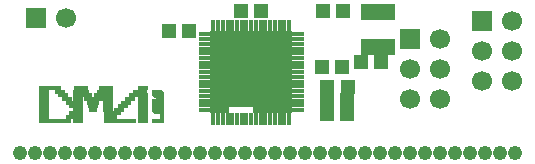
<source format=gbr>
G04 DipTrace 3.0.0.2*
G04 TopMask.gbr*
%MOIN*%
G04 #@! TF.FileFunction,Soldermask,Top*
G04 #@! TF.Part,Single*
%AMOUTLINE1*
4,1,13,
-0.072063,-0.129937,
-0.072063,-0.136717,
-0.136717,-0.136717,
-0.136717,0.136717,
0.136717,0.136717,
0.136717,-0.136717,
0.008063,-0.136717,
0.008063,-0.116262,
0.116262,-0.116262,
0.116262,0.116262,
-0.116262,0.116262,
-0.116262,-0.116262,
-0.072063,-0.116262,
-0.072063,-0.129937,
0*%
%AMOUTLINE4*
4,1,6,
0.018937,-0.015937,
0.018937,0.015937,
0.005063,0.015937,
0.005063,-0.002063,
-0.018937,-0.002063,
-0.018937,-0.015937,
0.018937,-0.015937,
0*%
%AMOUTLINE7*
4,1,7,
0.018937,-0.012937,
0.018937,0.000937,
0.018937,0.012937,
-0.018937,0.012937,
-0.018937,-0.004631,
-0.010631,-0.012937,
-0.003,-0.012937,
0.018937,-0.012937,
0*%
%AMOUTLINE10*
4,1,8,
0.018937,-0.015937,
0.018937,0.015937,
-0.006937,0.015937,
-0.006937,0.009937,
-0.018937,0.009937,
-0.018937,-0.015937,
-0.005063,-0.015937,
0.006937,-0.015937,
0.018937,-0.015937,
0*%
%AMOUTLINE13*
4,1,8,
0.018937,-0.012937,
0.018937,0.004631,
0.010631,0.012937,
-0.006937,0.012937,
-0.018937,0.012937,
-0.018937,-0.004631,
-0.010631,-0.012937,
0.006937,-0.012937,
0.018937,-0.012937,
0*%
%ADD54R,0.013874X0.013874*%
%ADD56R,0.025874X0.013874*%
%ADD58R,0.043874X0.013874*%
%ADD60R,0.049874X0.013874*%
%ADD62R,0.055874X0.013874*%
%ADD64R,0.073874X0.013874*%
%ADD66R,0.031874X0.013874*%
%ADD68R,0.109874X0.013874*%
%ADD70C,0.066929*%
%ADD72R,0.066929X0.066929*%
%ADD74R,0.114173X0.05315*%
%ADD76R,0.051181X0.047244*%
%ADD78R,0.23622X0.23622*%
%ADD80R,0.041339X0.015748*%
%ADD82R,0.015748X0.041339*%
%ADD84C,0.047874*%
%ADD88OUTLINE1*%
%ADD91OUTLINE4*%
%ADD94OUTLINE7*%
%ADD97OUTLINE10*%
%ADD100OUTLINE13*%
%FSLAX26Y26*%
G04*
G70*
G90*
G75*
G01*
G04 TopMask*
%LPD*%
D84*
X2093701Y444672D3*
X2043701Y444642D3*
X1993701Y444613D3*
X1943701Y444584D3*
X1893701Y444554D3*
X1843701Y444525D3*
X1793701Y444495D3*
X1743701Y444466D3*
X1693701Y444436D3*
X1643701Y444407D3*
X1593701Y444378D3*
X1543701Y444348D3*
X1493701Y444319D3*
X1443701Y444289D3*
X1393701Y444260D3*
X1343701Y444231D3*
X1293701Y444201D3*
X1243701Y444172D3*
X1193701Y444142D3*
X1143701Y444113D3*
X1093701Y444084D3*
X1043701Y444054D3*
X993701Y444025D3*
X943701Y443995D3*
X893701Y443966D3*
X843701Y443936D3*
X793701Y443907D3*
X743701Y443878D3*
X693701Y443848D3*
X643701Y443819D3*
X593701Y443789D3*
X543701Y443760D3*
X493701Y443731D3*
X443701Y443701D3*
D82*
X1088717Y557160D3*
X1104465D3*
X1120213D3*
X1135961D3*
X1151709D3*
X1167457D3*
X1183205D3*
X1198953D3*
X1214701D3*
X1230449D3*
X1246197D3*
X1261945D3*
X1277693D3*
X1293441D3*
X1309189D3*
X1324937D3*
X1340685D3*
D80*
X1370213Y586688D3*
Y602436D3*
Y618184D3*
Y633932D3*
Y649680D3*
Y665428D3*
Y681176D3*
Y696924D3*
Y712672D3*
Y728420D3*
Y744168D3*
Y759916D3*
Y775664D3*
Y791412D3*
Y807160D3*
Y822908D3*
Y838656D3*
D82*
X1340685Y868184D3*
X1324937D3*
X1309189D3*
X1293441D3*
X1277693D3*
X1261945D3*
X1246197D3*
X1230449D3*
X1214701D3*
X1198953D3*
X1183205D3*
X1167457D3*
X1151709D3*
X1135961D3*
X1120213D3*
X1104465D3*
X1088717D3*
D80*
X1059189Y838656D3*
Y822908D3*
Y807160D3*
Y791412D3*
Y775664D3*
Y759916D3*
Y744168D3*
Y728420D3*
Y712672D3*
Y696924D3*
Y681176D3*
Y665428D3*
Y649680D3*
Y633932D3*
Y618184D3*
Y602436D3*
Y586688D3*
D78*
X1214701Y712672D3*
D88*
D3*
D76*
X1181701Y915672D3*
X1248630D3*
X1516701Y728672D3*
X1449772D3*
X1534701Y618672D3*
X1467772D3*
X1535701Y664672D3*
X1468772D3*
X941701Y849672D3*
X1008630D3*
X1454701Y916672D3*
X1521630D3*
X1581701Y746672D3*
X1648630D3*
D74*
X1636701Y795672D3*
Y913782D3*
D72*
X1982701Y882672D3*
D70*
X2082701D3*
X1982701Y782672D3*
X2082701D3*
X1982701Y682672D3*
X2082701D3*
D72*
X1742701Y822672D3*
D70*
X1842701D3*
X1742701Y722672D3*
X1842701D3*
X1742701Y622672D3*
X1842701D3*
D72*
X498701Y893701D3*
D70*
X598701D3*
D76*
X1467701Y572672D3*
X1534630D3*
D68*
X561701Y551672D3*
D66*
X522701Y563672D3*
Y599672D3*
Y611672D3*
Y575672D3*
Y587672D3*
Y623672D3*
Y635672D3*
X588701D3*
X600701Y623672D3*
X522701Y647672D3*
D64*
X543701Y659672D3*
D66*
X612701Y611672D3*
X624701Y599672D3*
X636701Y587672D3*
X624701Y575672D3*
X612701Y563672D3*
X636701Y551672D3*
Y623672D3*
Y635672D3*
D62*
X648701Y647672D3*
D60*
X645701Y659672D3*
D66*
X666701Y635672D3*
X672701Y623672D3*
D58*
X687701Y611672D3*
D66*
X738701Y623672D3*
Y635672D3*
D60*
X729701Y659672D3*
D62*
X726701Y647672D3*
D66*
X687701Y599672D3*
X702701Y623672D3*
X708701Y635672D3*
D56*
X687701Y587672D3*
D66*
X762701Y575672D3*
X774701Y587672D3*
X786701Y599672D3*
X798701Y611672D3*
D68*
X777701Y551672D3*
D66*
X750701Y563672D3*
X852701Y551672D3*
Y563672D3*
Y599672D3*
Y611672D3*
Y575672D3*
Y587672D3*
Y623672D3*
Y635672D3*
X738701Y611672D3*
X852701Y659672D3*
X822701Y635672D3*
X810701Y623672D3*
D60*
X843701Y647672D3*
D66*
X738701Y599672D3*
Y587672D3*
D56*
X735701Y575672D3*
D54*
X729701Y563672D3*
D66*
X576701Y647672D3*
D54*
X645701Y575672D3*
D56*
X639701Y563672D3*
Y611672D3*
D54*
X645701Y599672D3*
D91*
X903701Y560672D3*
D94*
Y587672D3*
D97*
Y614672D3*
D100*
Y641672D3*
M02*

</source>
